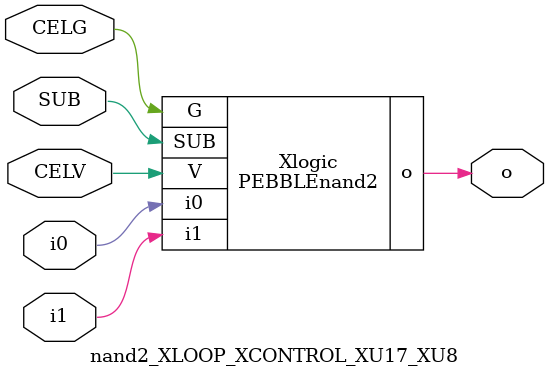
<source format=v>



module PEBBLEnand2 ( o, G, SUB, V, i0, i1 );

  input i0;
  input V;
  input i1;
  input G;
  output o;
  input SUB;
endmodule

//Celera Confidential Do Not Copy nand2_XLOOP_XCONTROL_XU17_XU8
//Celera Confidential Symbol Generator
//5V NAND2
module nand2_XLOOP_XCONTROL_XU17_XU8 (CELV,CELG,i0,i1,o,SUB);
input CELV;
input CELG;
input i0;
input i1;
input SUB;
output o;

//Celera Confidential Do Not Copy nand2
PEBBLEnand2 Xlogic(
.V (CELV),
.i0 (i0),
.i1 (i1),
.o (o),
.SUB (SUB),
.G (CELG)
);
//,diesize,PEBBLEnand2

//Celera Confidential Do Not Copy Module End
//Celera Schematic Generator
endmodule

</source>
